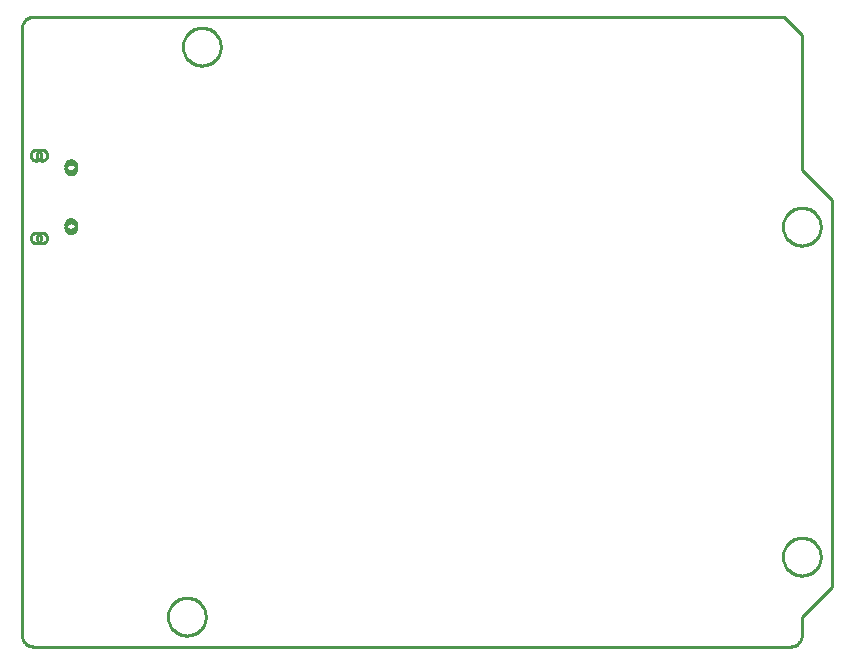
<source format=gbr>
G04 EAGLE Gerber RS-274X export*
G75*
%MOMM*%
%FSLAX34Y34*%
%LPD*%
%IN*%
%IPPOS*%
%AMOC8*
5,1,8,0,0,1.08239X$1,22.5*%
G01*
%ADD10C,0.254000*%


D10*
X0Y10000D02*
X38Y9128D01*
X152Y8264D01*
X341Y7412D01*
X603Y6580D01*
X937Y5774D01*
X1340Y5000D01*
X1808Y4264D01*
X2340Y3572D01*
X2929Y2929D01*
X3572Y2340D01*
X4264Y1808D01*
X5000Y1340D01*
X5774Y937D01*
X6580Y603D01*
X7412Y341D01*
X8264Y152D01*
X9128Y38D01*
X10000Y0D01*
X650400Y0D01*
X651272Y38D01*
X652136Y152D01*
X652988Y341D01*
X653820Y603D01*
X654626Y937D01*
X655400Y1340D01*
X656136Y1808D01*
X656828Y2340D01*
X657471Y2929D01*
X658060Y3572D01*
X658592Y4264D01*
X659060Y5000D01*
X659463Y5774D01*
X659797Y6580D01*
X660059Y7412D01*
X660248Y8264D01*
X660362Y9128D01*
X660400Y10000D01*
X660400Y25400D01*
X685800Y50800D01*
X685800Y378460D01*
X660400Y403860D01*
X660400Y518160D01*
X645160Y533400D01*
X10000Y533400D01*
X9128Y533362D01*
X8264Y533248D01*
X7412Y533059D01*
X6580Y532797D01*
X5774Y532463D01*
X5000Y532060D01*
X4264Y531592D01*
X3572Y531060D01*
X2929Y530471D01*
X2340Y529828D01*
X1808Y529136D01*
X1340Y528400D01*
X937Y527626D01*
X603Y526820D01*
X341Y525988D01*
X152Y525136D01*
X38Y524272D01*
X0Y523400D01*
X0Y10000D01*
X676400Y355076D02*
X676332Y354031D01*
X676195Y352992D01*
X675990Y351965D01*
X675719Y350953D01*
X675383Y349961D01*
X674982Y348993D01*
X674518Y348054D01*
X673995Y347146D01*
X673413Y346275D01*
X672775Y345444D01*
X672084Y344657D01*
X671343Y343916D01*
X670556Y343225D01*
X669725Y342588D01*
X668854Y342006D01*
X667946Y341482D01*
X667007Y341018D01*
X666039Y340617D01*
X665047Y340281D01*
X664035Y340010D01*
X663008Y339805D01*
X661969Y339669D01*
X660924Y339600D01*
X659876Y339600D01*
X658831Y339669D01*
X657792Y339805D01*
X656765Y340010D01*
X655753Y340281D01*
X654761Y340617D01*
X653793Y341018D01*
X652854Y341482D01*
X651946Y342006D01*
X651075Y342588D01*
X650244Y343225D01*
X649457Y343916D01*
X648716Y344657D01*
X648025Y345444D01*
X647388Y346275D01*
X646806Y347146D01*
X646282Y348054D01*
X645818Y348993D01*
X645417Y349961D01*
X645081Y350953D01*
X644810Y351965D01*
X644605Y352992D01*
X644469Y354031D01*
X644400Y355076D01*
X644400Y356124D01*
X644469Y357169D01*
X644605Y358208D01*
X644810Y359235D01*
X645081Y360247D01*
X645417Y361239D01*
X645818Y362207D01*
X646282Y363146D01*
X646806Y364054D01*
X647388Y364925D01*
X648025Y365756D01*
X648716Y366543D01*
X649457Y367284D01*
X650244Y367975D01*
X651075Y368613D01*
X651946Y369195D01*
X652854Y369718D01*
X653793Y370182D01*
X654761Y370583D01*
X655753Y370919D01*
X656765Y371190D01*
X657792Y371395D01*
X658831Y371532D01*
X659876Y371600D01*
X660924Y371600D01*
X661969Y371532D01*
X663008Y371395D01*
X664035Y371190D01*
X665047Y370919D01*
X666039Y370583D01*
X667007Y370182D01*
X667946Y369718D01*
X668854Y369195D01*
X669725Y368613D01*
X670556Y367975D01*
X671343Y367284D01*
X672084Y366543D01*
X672775Y365756D01*
X673413Y364925D01*
X673995Y364054D01*
X674518Y363146D01*
X674982Y362207D01*
X675383Y361239D01*
X675719Y360247D01*
X675990Y359235D01*
X676195Y358208D01*
X676332Y357169D01*
X676400Y356124D01*
X676400Y355076D01*
X676400Y75676D02*
X676332Y74631D01*
X676195Y73592D01*
X675990Y72565D01*
X675719Y71553D01*
X675383Y70561D01*
X674982Y69593D01*
X674518Y68654D01*
X673995Y67746D01*
X673413Y66875D01*
X672775Y66044D01*
X672084Y65257D01*
X671343Y64516D01*
X670556Y63825D01*
X669725Y63188D01*
X668854Y62606D01*
X667946Y62082D01*
X667007Y61618D01*
X666039Y61217D01*
X665047Y60881D01*
X664035Y60610D01*
X663008Y60405D01*
X661969Y60269D01*
X660924Y60200D01*
X659876Y60200D01*
X658831Y60269D01*
X657792Y60405D01*
X656765Y60610D01*
X655753Y60881D01*
X654761Y61217D01*
X653793Y61618D01*
X652854Y62082D01*
X651946Y62606D01*
X651075Y63188D01*
X650244Y63825D01*
X649457Y64516D01*
X648716Y65257D01*
X648025Y66044D01*
X647388Y66875D01*
X646806Y67746D01*
X646282Y68654D01*
X645818Y69593D01*
X645417Y70561D01*
X645081Y71553D01*
X644810Y72565D01*
X644605Y73592D01*
X644469Y74631D01*
X644400Y75676D01*
X644400Y76724D01*
X644469Y77769D01*
X644605Y78808D01*
X644810Y79835D01*
X645081Y80847D01*
X645417Y81839D01*
X645818Y82807D01*
X646282Y83746D01*
X646806Y84654D01*
X647388Y85525D01*
X648025Y86356D01*
X648716Y87143D01*
X649457Y87884D01*
X650244Y88575D01*
X651075Y89213D01*
X651946Y89795D01*
X652854Y90318D01*
X653793Y90782D01*
X654761Y91183D01*
X655753Y91519D01*
X656765Y91790D01*
X657792Y91995D01*
X658831Y92132D01*
X659876Y92200D01*
X660924Y92200D01*
X661969Y92132D01*
X663008Y91995D01*
X664035Y91790D01*
X665047Y91519D01*
X666039Y91183D01*
X667007Y90782D01*
X667946Y90318D01*
X668854Y89795D01*
X669725Y89213D01*
X670556Y88575D01*
X671343Y87884D01*
X672084Y87143D01*
X672775Y86356D01*
X673413Y85525D01*
X673995Y84654D01*
X674518Y83746D01*
X674982Y82807D01*
X675383Y81839D01*
X675719Y80847D01*
X675990Y79835D01*
X676195Y78808D01*
X676332Y77769D01*
X676400Y76724D01*
X676400Y75676D01*
X168400Y507476D02*
X168332Y506431D01*
X168195Y505392D01*
X167990Y504365D01*
X167719Y503353D01*
X167383Y502361D01*
X166982Y501393D01*
X166518Y500454D01*
X165995Y499546D01*
X165413Y498675D01*
X164775Y497844D01*
X164084Y497057D01*
X163343Y496316D01*
X162556Y495625D01*
X161725Y494988D01*
X160854Y494406D01*
X159946Y493882D01*
X159007Y493418D01*
X158039Y493017D01*
X157047Y492681D01*
X156035Y492410D01*
X155008Y492205D01*
X153969Y492069D01*
X152924Y492000D01*
X151876Y492000D01*
X150831Y492069D01*
X149792Y492205D01*
X148765Y492410D01*
X147753Y492681D01*
X146761Y493017D01*
X145793Y493418D01*
X144854Y493882D01*
X143946Y494406D01*
X143075Y494988D01*
X142244Y495625D01*
X141457Y496316D01*
X140716Y497057D01*
X140025Y497844D01*
X139388Y498675D01*
X138806Y499546D01*
X138282Y500454D01*
X137818Y501393D01*
X137417Y502361D01*
X137081Y503353D01*
X136810Y504365D01*
X136605Y505392D01*
X136469Y506431D01*
X136400Y507476D01*
X136400Y508524D01*
X136469Y509569D01*
X136605Y510608D01*
X136810Y511635D01*
X137081Y512647D01*
X137417Y513639D01*
X137818Y514607D01*
X138282Y515546D01*
X138806Y516454D01*
X139388Y517325D01*
X140025Y518156D01*
X140716Y518943D01*
X141457Y519684D01*
X142244Y520375D01*
X143075Y521013D01*
X143946Y521595D01*
X144854Y522118D01*
X145793Y522582D01*
X146761Y522983D01*
X147753Y523319D01*
X148765Y523590D01*
X149792Y523795D01*
X150831Y523932D01*
X151876Y524000D01*
X152924Y524000D01*
X153969Y523932D01*
X155008Y523795D01*
X156035Y523590D01*
X157047Y523319D01*
X158039Y522983D01*
X159007Y522582D01*
X159946Y522118D01*
X160854Y521595D01*
X161725Y521013D01*
X162556Y520375D01*
X163343Y519684D01*
X164084Y518943D01*
X164775Y518156D01*
X165413Y517325D01*
X165995Y516454D01*
X166518Y515546D01*
X166982Y514607D01*
X167383Y513639D01*
X167719Y512647D01*
X167990Y511635D01*
X168195Y510608D01*
X168332Y509569D01*
X168400Y508524D01*
X168400Y507476D01*
X155700Y24876D02*
X155632Y23831D01*
X155495Y22792D01*
X155290Y21765D01*
X155019Y20753D01*
X154683Y19761D01*
X154282Y18793D01*
X153818Y17854D01*
X153295Y16946D01*
X152713Y16075D01*
X152075Y15244D01*
X151384Y14457D01*
X150643Y13716D01*
X149856Y13025D01*
X149025Y12388D01*
X148154Y11806D01*
X147246Y11282D01*
X146307Y10818D01*
X145339Y10417D01*
X144347Y10081D01*
X143335Y9810D01*
X142308Y9605D01*
X141269Y9469D01*
X140224Y9400D01*
X139176Y9400D01*
X138131Y9469D01*
X137092Y9605D01*
X136065Y9810D01*
X135053Y10081D01*
X134061Y10417D01*
X133093Y10818D01*
X132154Y11282D01*
X131246Y11806D01*
X130375Y12388D01*
X129544Y13025D01*
X128757Y13716D01*
X128016Y14457D01*
X127325Y15244D01*
X126688Y16075D01*
X126106Y16946D01*
X125582Y17854D01*
X125118Y18793D01*
X124717Y19761D01*
X124381Y20753D01*
X124110Y21765D01*
X123905Y22792D01*
X123769Y23831D01*
X123700Y24876D01*
X123700Y25924D01*
X123769Y26969D01*
X123905Y28008D01*
X124110Y29035D01*
X124381Y30047D01*
X124717Y31039D01*
X125118Y32007D01*
X125582Y32946D01*
X126106Y33854D01*
X126688Y34725D01*
X127325Y35556D01*
X128016Y36343D01*
X128757Y37084D01*
X129544Y37775D01*
X130375Y38413D01*
X131246Y38995D01*
X132154Y39518D01*
X133093Y39982D01*
X134061Y40383D01*
X135053Y40719D01*
X136065Y40990D01*
X137092Y41195D01*
X138131Y41332D01*
X139176Y41400D01*
X140224Y41400D01*
X141269Y41332D01*
X142308Y41195D01*
X143335Y40990D01*
X144347Y40719D01*
X145339Y40383D01*
X146307Y39982D01*
X147246Y39518D01*
X148154Y38995D01*
X149025Y38413D01*
X149856Y37775D01*
X150643Y37084D01*
X151384Y36343D01*
X152075Y35556D01*
X152713Y34725D01*
X153295Y33854D01*
X153818Y32946D01*
X154282Y32007D01*
X154683Y31039D01*
X155019Y30047D01*
X155290Y29035D01*
X155495Y28008D01*
X155632Y26969D01*
X155700Y25924D01*
X155700Y24876D01*
X16723Y411552D02*
X16138Y411629D01*
X15568Y411782D01*
X15023Y412007D01*
X14513Y412302D01*
X14045Y412661D01*
X13627Y413079D01*
X13268Y413547D01*
X12973Y414057D01*
X12748Y414602D01*
X12595Y415172D01*
X12518Y415757D01*
X12518Y416347D01*
X12595Y416932D01*
X12748Y417502D01*
X12973Y418047D01*
X13268Y418557D01*
X13627Y419025D01*
X14045Y419443D01*
X14513Y419802D01*
X15023Y420097D01*
X15568Y420322D01*
X16138Y420475D01*
X16723Y420552D01*
X17313Y420552D01*
X17898Y420475D01*
X18468Y420322D01*
X19013Y420097D01*
X19523Y419802D01*
X19991Y419443D01*
X20409Y419025D01*
X20768Y418557D01*
X21063Y418047D01*
X21288Y417502D01*
X21441Y416932D01*
X21518Y416347D01*
X21518Y415757D01*
X21441Y415172D01*
X21288Y414602D01*
X21063Y414057D01*
X20768Y413547D01*
X20409Y413079D01*
X19991Y412661D01*
X19523Y412302D01*
X19013Y412007D01*
X18468Y411782D01*
X17898Y411629D01*
X17313Y411552D01*
X16723Y411552D01*
X11643Y411552D02*
X11058Y411629D01*
X10488Y411782D01*
X9943Y412007D01*
X9433Y412302D01*
X8965Y412661D01*
X8547Y413079D01*
X8188Y413547D01*
X7893Y414057D01*
X7668Y414602D01*
X7515Y415172D01*
X7438Y415757D01*
X7438Y416347D01*
X7515Y416932D01*
X7668Y417502D01*
X7893Y418047D01*
X8188Y418557D01*
X8547Y419025D01*
X8965Y419443D01*
X9433Y419802D01*
X9943Y420097D01*
X10488Y420322D01*
X11058Y420475D01*
X11643Y420552D01*
X12233Y420552D01*
X12818Y420475D01*
X13388Y420322D01*
X13933Y420097D01*
X14443Y419802D01*
X14911Y419443D01*
X15329Y419025D01*
X15688Y418557D01*
X15983Y418047D01*
X16208Y417502D01*
X16361Y416932D01*
X16438Y416347D01*
X16438Y415757D01*
X16361Y415172D01*
X16208Y414602D01*
X15983Y414057D01*
X15688Y413547D01*
X15329Y413079D01*
X14911Y412661D01*
X14443Y412302D01*
X13933Y412007D01*
X13388Y411782D01*
X12818Y411629D01*
X12233Y411552D01*
X11643Y411552D01*
X16723Y341448D02*
X16138Y341525D01*
X15568Y341678D01*
X15023Y341903D01*
X14513Y342198D01*
X14045Y342557D01*
X13627Y342975D01*
X13268Y343443D01*
X12973Y343953D01*
X12748Y344498D01*
X12595Y345068D01*
X12518Y345653D01*
X12518Y346243D01*
X12595Y346828D01*
X12748Y347398D01*
X12973Y347943D01*
X13268Y348453D01*
X13627Y348921D01*
X14045Y349339D01*
X14513Y349698D01*
X15023Y349993D01*
X15568Y350218D01*
X16138Y350371D01*
X16723Y350448D01*
X17313Y350448D01*
X17898Y350371D01*
X18468Y350218D01*
X19013Y349993D01*
X19523Y349698D01*
X19991Y349339D01*
X20409Y348921D01*
X20768Y348453D01*
X21063Y347943D01*
X21288Y347398D01*
X21441Y346828D01*
X21518Y346243D01*
X21518Y345653D01*
X21441Y345068D01*
X21288Y344498D01*
X21063Y343953D01*
X20768Y343443D01*
X20409Y342975D01*
X19991Y342557D01*
X19523Y342198D01*
X19013Y341903D01*
X18468Y341678D01*
X17898Y341525D01*
X17313Y341448D01*
X16723Y341448D01*
X11643Y341448D02*
X11058Y341525D01*
X10488Y341678D01*
X9943Y341903D01*
X9433Y342198D01*
X8965Y342557D01*
X8547Y342975D01*
X8188Y343443D01*
X7893Y343953D01*
X7668Y344498D01*
X7515Y345068D01*
X7438Y345653D01*
X7438Y346243D01*
X7515Y346828D01*
X7668Y347398D01*
X7893Y347943D01*
X8188Y348453D01*
X8547Y348921D01*
X8965Y349339D01*
X9433Y349698D01*
X9943Y349993D01*
X10488Y350218D01*
X11058Y350371D01*
X11643Y350448D01*
X12233Y350448D01*
X12818Y350371D01*
X13388Y350218D01*
X13933Y349993D01*
X14443Y349698D01*
X14911Y349339D01*
X15329Y348921D01*
X15688Y348453D01*
X15983Y347943D01*
X16208Y347398D01*
X16361Y346828D01*
X16438Y346243D01*
X16438Y345653D01*
X16361Y345068D01*
X16208Y344498D01*
X15983Y343953D01*
X15688Y343443D01*
X15329Y342975D01*
X14911Y342557D01*
X14443Y342198D01*
X13933Y341903D01*
X13388Y341678D01*
X12818Y341525D01*
X12233Y341448D01*
X11643Y341448D01*
X41107Y402662D02*
X40522Y402739D01*
X39952Y402892D01*
X39407Y403117D01*
X38897Y403412D01*
X38429Y403771D01*
X38011Y404189D01*
X37652Y404657D01*
X37357Y405167D01*
X37132Y405712D01*
X36979Y406282D01*
X36902Y406867D01*
X36902Y407457D01*
X36979Y408042D01*
X37132Y408612D01*
X37357Y409157D01*
X37652Y409667D01*
X38011Y410135D01*
X38429Y410553D01*
X38897Y410912D01*
X39407Y411207D01*
X39952Y411432D01*
X40522Y411585D01*
X41107Y411662D01*
X41697Y411662D01*
X42282Y411585D01*
X42852Y411432D01*
X43397Y411207D01*
X43907Y410912D01*
X44375Y410553D01*
X44793Y410135D01*
X45152Y409667D01*
X45447Y409157D01*
X45672Y408612D01*
X45825Y408042D01*
X45902Y407457D01*
X45902Y406867D01*
X45825Y406282D01*
X45672Y405712D01*
X45447Y405167D01*
X45152Y404657D01*
X44793Y404189D01*
X44375Y403771D01*
X43907Y403412D01*
X43397Y403117D01*
X42852Y402892D01*
X42282Y402739D01*
X41697Y402662D01*
X41107Y402662D01*
X41107Y400122D02*
X40522Y400199D01*
X39952Y400352D01*
X39407Y400577D01*
X38897Y400872D01*
X38429Y401231D01*
X38011Y401649D01*
X37652Y402117D01*
X37357Y402627D01*
X37132Y403172D01*
X36979Y403742D01*
X36902Y404327D01*
X36902Y404917D01*
X36979Y405502D01*
X37132Y406072D01*
X37357Y406617D01*
X37652Y407127D01*
X38011Y407595D01*
X38429Y408013D01*
X38897Y408372D01*
X39407Y408667D01*
X39952Y408892D01*
X40522Y409045D01*
X41107Y409122D01*
X41697Y409122D01*
X42282Y409045D01*
X42852Y408892D01*
X43397Y408667D01*
X43907Y408372D01*
X44375Y408013D01*
X44793Y407595D01*
X45152Y407127D01*
X45447Y406617D01*
X45672Y406072D01*
X45825Y405502D01*
X45902Y404917D01*
X45902Y404327D01*
X45825Y403742D01*
X45672Y403172D01*
X45447Y402627D01*
X45152Y402117D01*
X44793Y401649D01*
X44375Y401231D01*
X43907Y400872D01*
X43397Y400577D01*
X42852Y400352D01*
X42282Y400199D01*
X41697Y400122D01*
X41107Y400122D01*
X41107Y352878D02*
X40522Y352955D01*
X39952Y353108D01*
X39407Y353333D01*
X38897Y353628D01*
X38429Y353987D01*
X38011Y354405D01*
X37652Y354873D01*
X37357Y355383D01*
X37132Y355928D01*
X36979Y356498D01*
X36902Y357083D01*
X36902Y357673D01*
X36979Y358258D01*
X37132Y358828D01*
X37357Y359373D01*
X37652Y359883D01*
X38011Y360351D01*
X38429Y360769D01*
X38897Y361128D01*
X39407Y361423D01*
X39952Y361648D01*
X40522Y361801D01*
X41107Y361878D01*
X41697Y361878D01*
X42282Y361801D01*
X42852Y361648D01*
X43397Y361423D01*
X43907Y361128D01*
X44375Y360769D01*
X44793Y360351D01*
X45152Y359883D01*
X45447Y359373D01*
X45672Y358828D01*
X45825Y358258D01*
X45902Y357673D01*
X45902Y357083D01*
X45825Y356498D01*
X45672Y355928D01*
X45447Y355383D01*
X45152Y354873D01*
X44793Y354405D01*
X44375Y353987D01*
X43907Y353628D01*
X43397Y353333D01*
X42852Y353108D01*
X42282Y352955D01*
X41697Y352878D01*
X41107Y352878D01*
X41107Y350338D02*
X40522Y350415D01*
X39952Y350568D01*
X39407Y350793D01*
X38897Y351088D01*
X38429Y351447D01*
X38011Y351865D01*
X37652Y352333D01*
X37357Y352843D01*
X37132Y353388D01*
X36979Y353958D01*
X36902Y354543D01*
X36902Y355133D01*
X36979Y355718D01*
X37132Y356288D01*
X37357Y356833D01*
X37652Y357343D01*
X38011Y357811D01*
X38429Y358229D01*
X38897Y358588D01*
X39407Y358883D01*
X39952Y359108D01*
X40522Y359261D01*
X41107Y359338D01*
X41697Y359338D01*
X42282Y359261D01*
X42852Y359108D01*
X43397Y358883D01*
X43907Y358588D01*
X44375Y358229D01*
X44793Y357811D01*
X45152Y357343D01*
X45447Y356833D01*
X45672Y356288D01*
X45825Y355718D01*
X45902Y355133D01*
X45902Y354543D01*
X45825Y353958D01*
X45672Y353388D01*
X45447Y352843D01*
X45152Y352333D01*
X44793Y351865D01*
X44375Y351447D01*
X43907Y351088D01*
X43397Y350793D01*
X42852Y350568D01*
X42282Y350415D01*
X41697Y350338D01*
X41107Y350338D01*
M02*

</source>
